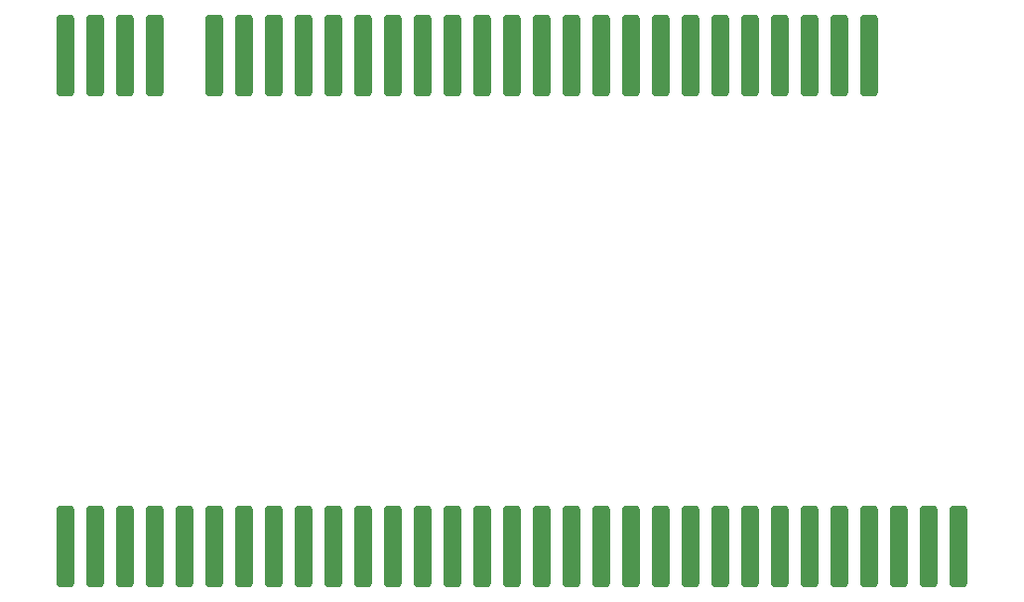
<source format=gbp>
G04*
G04  File:            NEMOBUSTODIVIDE-V1.1.2.GBP, Wed Sep 17 23:25:12 2025*
G04  Source:          P-CAD 2006 PCB, Version 19.02.958, (D:\PCAD-2006\Projects\Pentagon-4096\Hardware\NemoBusToDivIDE-v1.1.2.PCB)*
G04  Format:          Gerber Format (RS-274-D), ASCII*
G04*
G04  Format Options:  Absolute Positioning*
G04                   Leading-Zero Suppression*
G04                   Scale Factor 1:1*
G04                   NO Circular Interpolation*
G04                   Inch Units*
G04                   Numeric Format: 4.4 (XXXX.XXXX)*
G04                   G54 NOT Used for Aperture Change*
G04                   Apertures Embedded*
G04*
G04  File Options:    Offset = (0.0mil,0.0mil)*
G04                   Drill Symbol Size = 80.0mil*
G04                   No Pad/Via Holes*
G04*
G04  File Contents:   Pads*
G04                   No Vias*
G04                   No Designators*
G04                   No Types*
G04                   No Values*
G04                   No Drill Symbols*
G04                   Bot Paste*
G04*
%INNEMOBUSTODIVIDE-V1.1.2.GBP*%
%ICAS*%
%MOIN*%
G04*
G04  Aperture MACROs for general use --- invoked via D-code assignment *
G04*
G04  General MACRO for flashed round with rotation and/or offset hole *
%AMROTOFFROUND*
1,1,$1,0.0000,0.0000*
1,0,$2,$3,$4*%
G04*
G04  General MACRO for flashed oval (obround) with rotation and/or offset hole *
%AMROTOFFOVAL*
21,1,$1,$2,0.0000,0.0000,$3*
1,1,$4,$5,$6*
1,1,$4,0-$5,0-$6*
1,0,$7,$8,$9*%
G04*
G04  General MACRO for flashed oval (obround) with rotation and no hole *
%AMROTOVALNOHOLE*
21,1,$1,$2,0.0000,0.0000,$3*
1,1,$4,$5,$6*
1,1,$4,0-$5,0-$6*%
G04*
G04  General MACRO for flashed rectangle with rotation and/or offset hole *
%AMROTOFFRECT*
21,1,$1,$2,0.0000,0.0000,$3*
1,0,$4,$5,$6*%
G04*
G04  General MACRO for flashed rectangle with rotation and no hole *
%AMROTRECTNOHOLE*
21,1,$1,$2,0.0000,0.0000,$3*%
G04*
G04  General MACRO for flashed rounded-rectangle *
%AMROUNDRECT*
21,1,$1,$2-$4,0.0000,0.0000,$3*
21,1,$1-$4,$2,0.0000,0.0000,$3*
1,1,$4,$5,$6*
1,1,$4,$7,$8*
1,1,$4,0-$5,0-$6*
1,1,$4,0-$7,0-$8*
1,0,$9,$10,$11*%
G04*
G04  General MACRO for flashed rounded-rectangle with rotation and no hole *
%AMROUNDRECTNOHOLE*
21,1,$1,$2-$4,0.0000,0.0000,$3*
21,1,$1-$4,$2,0.0000,0.0000,$3*
1,1,$4,$5,$6*
1,1,$4,$7,$8*
1,1,$4,0-$5,0-$6*
1,1,$4,0-$7,0-$8*%
G04*
G04  General MACRO for flashed regular polygon *
%AMREGPOLY*
5,1,$1,0.0000,0.0000,$2,$3+$4*
1,0,$5,$6,$7*%
G04*
G04  General MACRO for flashed regular polygon with no hole *
%AMREGPOLYNOHOLE*
5,1,$1,0.0000,0.0000,$2,$3+$4*%
G04*
G04  General MACRO for target *
%AMTARGET*
6,0,0,$1,$2,$3,4,$4,$5,$6*%
G04*
G04  General MACRO for mounting hole *
%AMMTHOLE*
1,1,$1,0,0*
1,0,$2,0,0*
$1=$1-$2*
$1=$1/2*
21,1,$2+$1,$3,0,0,$4*
21,1,$3,$2+$1,0,0,$4*%
G04*
G04*
G04  D10 : "Ellipse X10.0mil Y10.0mil H0.0mil 0.0deg (0.0mil,0.0mil) Draw"*
G04  Disc: OuterDia=0.0100*
%ADD10C, 0.0100*%
G04  D11 : "Ellipse X30.7mil Y30.7mil H0.0mil 0.0deg (0.0mil,0.0mil) Draw"*
G04  Disc: OuterDia=0.0307*
%ADD11C, 0.0307*%
G04  D12 : "Ellipse X40.0mil Y40.0mil H0.0mil 0.0deg (0.0mil,0.0mil) Draw"*
G04  Disc: OuterDia=0.0400*
%ADD12C, 0.0400*%
G04  D13 : "Ellipse X5.0mil Y5.0mil H0.0mil 0.0deg (0.0mil,0.0mil) Draw"*
G04  Disc: OuterDia=0.0050*
%ADD13C, 0.0050*%
G04  D14 : "Ellipse X6.0mil Y6.0mil H0.0mil 0.0deg (0.0mil,0.0mil) Draw"*
G04  Disc: OuterDia=0.0060*
%ADD14C, 0.0060*%
G04  D15 : "Ellipse X7.0mil Y7.0mil H0.0mil 0.0deg (0.0mil,0.0mil) Draw"*
G04  Disc: OuterDia=0.0070*
%ADD15C, 0.0070*%
G04  D16 : "Ellipse X9.8mil Y9.8mil H0.0mil 0.0deg (0.0mil,0.0mil) Draw"*
G04  Disc: OuterDia=0.0098*
%ADD16C, 0.0098*%
G04  D17 : "Ellipse X133.0mil Y133.0mil H0.0mil 0.0deg (0.0mil,0.0mil) Flash"*
G04  Disc: OuterDia=0.1330*
%ADD17C, 0.1330*%
G04  D18 : "Ellipse X50.0mil Y50.0mil H0.0mil 0.0deg (0.0mil,0.0mil) Flash"*
G04  Disc: OuterDia=0.0500*
%ADD18C, 0.0500*%
G04  D19 : "Ellipse X65.0mil Y65.0mil H0.0mil 0.0deg (0.0mil,0.0mil) Flash"*
G04  Disc: OuterDia=0.0650*
%ADD19C, 0.0650*%
G04  D20 : "Mounting Hole X118.0mil Y118.0mil H0.0mil 0.0deg (0.0mil,0.0mil) Flash"*
G04  Mounting Hole: Diameter=0.1180, Rotation=0.0, LineWidth=0.0050 *
%ADD20MTHOLE, 0.1180 X0.0980 X0.0050 X0.0*%
G04  D21 : "Rounded Rectangle X61.5mil Y275.6mil H0.0mil 0.0deg (0.0mil,0.0mil) Flash"*
G04  RoundRct: DimX=0.0615, DimY=0.2756, CornerRad=0.0154, Rotation=0.0, OffsetX=0.0000, OffsetY=0.0000, HoleDia=0.0000 *
%ADD21ROUNDRECTNOHOLE, 0.0615 X0.2756 X0.0 X0.0308 X-0.0154 X-0.1224 X-0.0154 X0.1224*%
G04  D22 : "Rounded Rectangle X76.5mil Y290.6mil H0.0mil 0.0deg (0.0mil,0.0mil) Flash"*
G04  RoundRct: DimX=0.0765, DimY=0.2906, CornerRad=0.0191, Rotation=0.0, OffsetX=0.0000, OffsetY=0.0000, HoleDia=0.0000 *
%ADD22ROUNDRECTNOHOLE, 0.0765 X0.2906 X0.0 X0.0382 X-0.0191 X-0.1262 X-0.0191 X0.1262*%
G04  D23 : "Rectangle X50.0mil Y50.0mil H0.0mil 0.0deg (0.0mil,0.0mil) Flash"*
G04  Square: Side=0.0500, Rotation=0.0, OffsetX=0.0000, OffsetY=0.0000, HoleDia=0.0000*
%ADD23R, 0.0500 X0.0500*%
G04  D24 : "Rectangle X65.0mil Y65.0mil H0.0mil 0.0deg (0.0mil,0.0mil) Flash"*
G04  Square: Side=0.0650, Rotation=0.0, OffsetX=0.0000, OffsetY=0.0000, HoleDia=0.0000*
%ADD24R, 0.0650 X0.0650*%
G04  D25 : "Ellipse X30.0mil Y30.0mil H0.0mil 0.0deg (0.0mil,0.0mil) Flash"*
G04  Disc: OuterDia=0.0300*
%ADD25C, 0.0300*%
G04  D26 : "Ellipse X45.0mil Y45.0mil H0.0mil 0.0deg (0.0mil,0.0mil) Flash"*
G04  Disc: OuterDia=0.0450*
%ADD26C, 0.0450*%
G04*
%FSLAX44Y44*%
%SFA1B1*%
%OFA0.0000B0.0000*%
G04*
G70*
G90*
G01*
D2*
%LNBot Paste*%
D21*
X78000Y55000D3*
X79000D3*
X75000D3*
X76000D3*
X77000D3*
X72000D3*
X73000D3*
X74000D3*
X69000D3*
X70000D3*
X71000D3*
X66000D3*
X67000D3*
X68000D3*
X63000D3*
X64000D3*
X65000D3*
X60000D3*
X61000D3*
X62000D3*
X57000D3*
X58000D3*
X59000D3*
X54000D3*
X55000D3*
X52000D3*
X53000D3*
X52000Y38500D3*
X54000D3*
X55000D3*
X57000D3*
X58000D3*
X60000D3*
X61000D3*
X63000D3*
X64000D3*
X66000D3*
X67000D3*
X69000D3*
X70000D3*
X72000D3*
X73000D3*
X75000D3*
X76000D3*
X78000D3*
X79000D3*
X81000D3*
X82000D3*
X53000D3*
X56000D3*
X59000D3*
X62000D3*
X65000D3*
X68000D3*
X71000D3*
X74000D3*
X77000D3*
X80000D3*
D02M02*

</source>
